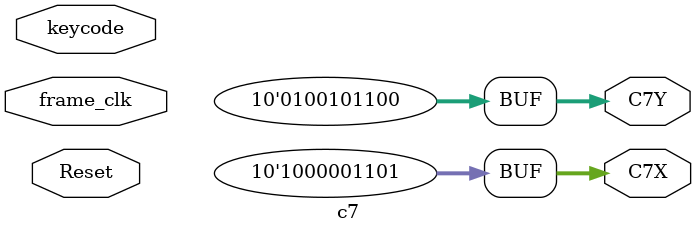
<source format=sv>



module  c7 ( input Reset, frame_clk, input [7:0] keycode,
               output [9:0]  C7X, C7Y);
    
       
    assign C7X = 525;
   
    assign C7Y = 300;
    

endmodule

</source>
